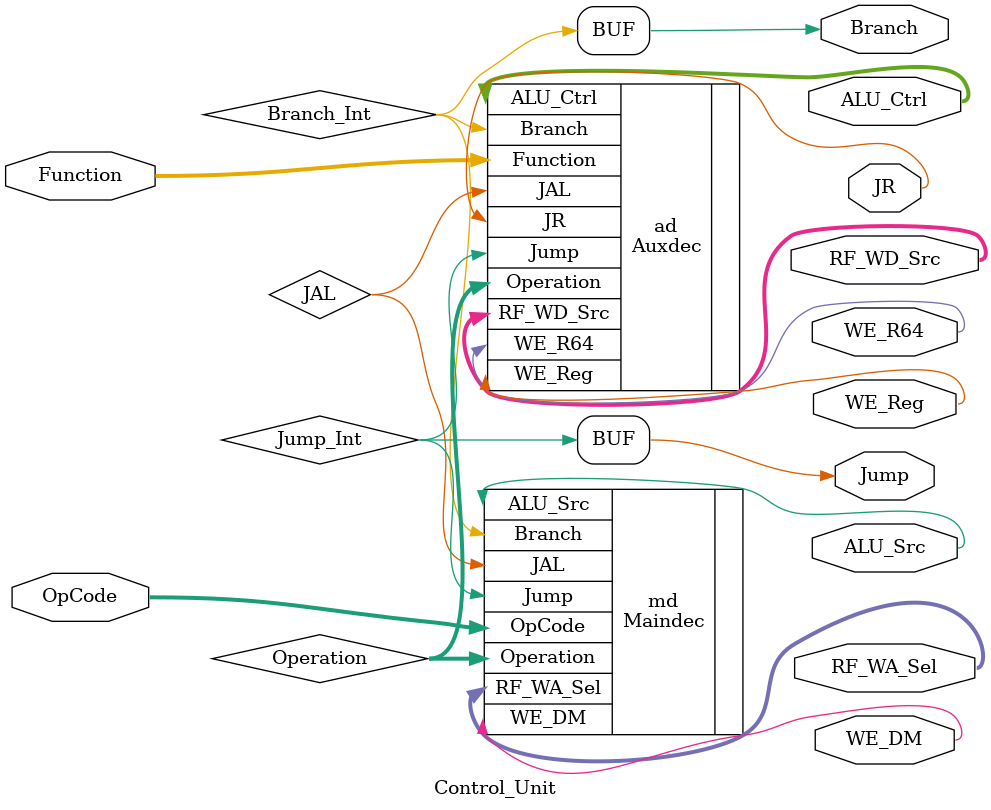
<source format=v>
module Control_Unit(
        input wire  [5:0]   Function,
        input wire  [5:0]   OpCode,
        output wire [2:0]   ALU_Ctrl,
        output wire         JR,
        output wire         WE_R64,
        output wire [2:0]   RF_WD_Src,
        output wire         ALU_Src,
        output wire         Branch,
        output wire         Jump,
        output wire [1:0]   RF_WA_Sel,
        output wire         WE_DM,
        output wire         WE_Reg
    );
    
    wire [2:0] Operation;
    wire JAL,Branch_Int,Jump_Int;
    
    Maindec md(
        .OpCode(OpCode),
        .Operation(Operation),
        .JAL(JAL),
        .ALU_Src(ALU_Src),
        .Branch(Branch_Int),
        .Jump(Jump_Int),
        .RF_WA_Sel(RF_WA_Sel),
        .WE_DM(WE_DM)
    );
    
    Auxdec ad(
        .Operation(Operation),
        .Function(Function),
        .JAL(JAL),
        .Branch(Branch_Int),
        .Jump(Jump_Int),
        .ALU_Ctrl(ALU_Ctrl),
        .JR(JR),
        .WE_R64(WE_R64),
        .RF_WD_Src(RF_WD_Src),
        .WE_Reg(WE_Reg)
    );
    
    assign Branch = Branch_Int;
    assign Jump = Jump_Int;

endmodule
</source>
